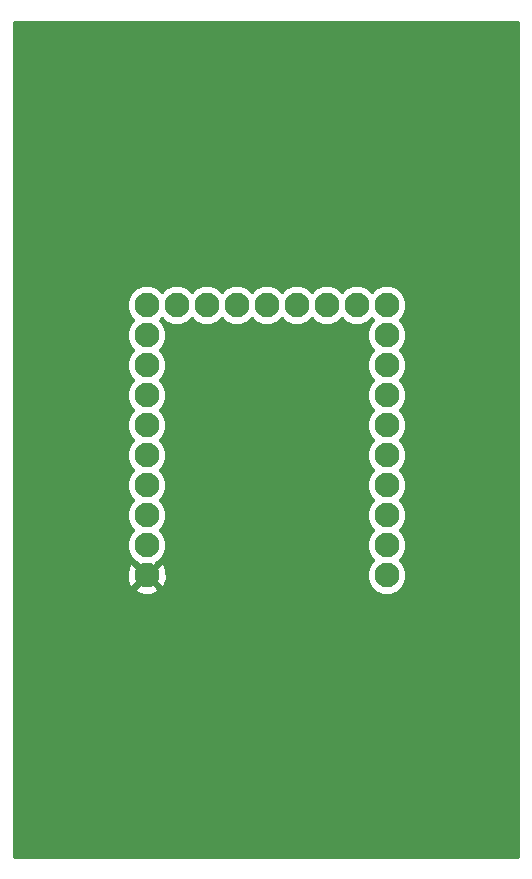
<source format=gbr>
G04 #@! TF.FileFunction,Copper,L1,Top,Signal*
%FSLAX46Y46*%
G04 Gerber Fmt 4.6, Leading zero omitted, Abs format (unit mm)*
G04 Created by KiCad (PCBNEW 4.0.6) date 09/06/17 16:42:01*
%MOMM*%
%LPD*%
G01*
G04 APERTURE LIST*
%ADD10C,0.100000*%
%ADD11C,2.100000*%
%ADD12C,0.254000*%
G04 APERTURE END LIST*
D10*
D11*
X159770000Y-76100000D03*
X159770000Y-78640000D03*
X159770000Y-81180000D03*
X159770000Y-83720000D03*
X159770000Y-86260000D03*
X159770000Y-88800000D03*
X159770000Y-91340000D03*
X159770000Y-93880000D03*
X159770000Y-96420000D03*
X159770000Y-73560000D03*
X157230000Y-73560000D03*
X154690000Y-73560000D03*
X152150000Y-73560000D03*
X149610000Y-73560000D03*
X147070000Y-73560000D03*
X144530000Y-73560000D03*
X141990000Y-73560000D03*
X139450000Y-73560000D03*
X139450000Y-76100000D03*
X139450000Y-78640000D03*
X139450000Y-81180000D03*
X139450000Y-83720000D03*
X139450000Y-86260000D03*
X139450000Y-88800000D03*
X139450000Y-91340000D03*
X139450000Y-93880000D03*
X139450000Y-96420000D03*
D12*
G36*
X170917400Y-120269800D02*
X128243800Y-120269800D01*
X128243800Y-97608703D01*
X138440902Y-97608703D01*
X138545687Y-97880745D01*
X139173526Y-98115619D01*
X139843456Y-98092349D01*
X140354313Y-97880745D01*
X140459098Y-97608703D01*
X139450000Y-96599605D01*
X138440902Y-97608703D01*
X128243800Y-97608703D01*
X128243800Y-96143526D01*
X137754381Y-96143526D01*
X137777651Y-96813456D01*
X137989255Y-97324313D01*
X138261297Y-97429098D01*
X139270395Y-96420000D01*
X139629605Y-96420000D01*
X140638703Y-97429098D01*
X140910745Y-97324313D01*
X141145619Y-96696474D01*
X141122349Y-96026544D01*
X140910745Y-95515687D01*
X140638703Y-95410902D01*
X139629605Y-96420000D01*
X139270395Y-96420000D01*
X138261297Y-95410902D01*
X137989255Y-95515687D01*
X137754381Y-96143526D01*
X128243800Y-96143526D01*
X128243800Y-73893697D01*
X137764708Y-73893697D01*
X138020694Y-74513229D01*
X138337050Y-74830137D01*
X138022360Y-75144278D01*
X137765293Y-75763362D01*
X137764708Y-76433697D01*
X138020694Y-77053229D01*
X138337050Y-77370137D01*
X138022360Y-77684278D01*
X137765293Y-78303362D01*
X137764708Y-78973697D01*
X138020694Y-79593229D01*
X138337050Y-79910137D01*
X138022360Y-80224278D01*
X137765293Y-80843362D01*
X137764708Y-81513697D01*
X138020694Y-82133229D01*
X138337050Y-82450137D01*
X138022360Y-82764278D01*
X137765293Y-83383362D01*
X137764708Y-84053697D01*
X138020694Y-84673229D01*
X138337050Y-84990137D01*
X138022360Y-85304278D01*
X137765293Y-85923362D01*
X137764708Y-86593697D01*
X138020694Y-87213229D01*
X138337050Y-87530137D01*
X138022360Y-87844278D01*
X137765293Y-88463362D01*
X137764708Y-89133697D01*
X138020694Y-89753229D01*
X138337050Y-90070137D01*
X138022360Y-90384278D01*
X137765293Y-91003362D01*
X137764708Y-91673697D01*
X138020694Y-92293229D01*
X138337050Y-92610137D01*
X138022360Y-92924278D01*
X137765293Y-93543362D01*
X137764708Y-94213697D01*
X138020694Y-94833229D01*
X138494278Y-95307640D01*
X138533554Y-95323949D01*
X139450000Y-96240395D01*
X140365499Y-95324896D01*
X140403229Y-95309306D01*
X140877640Y-94835722D01*
X141134707Y-94216638D01*
X141135292Y-93546303D01*
X140879306Y-92926771D01*
X140562950Y-92609863D01*
X140877640Y-92295722D01*
X141134707Y-91676638D01*
X141135292Y-91006303D01*
X140879306Y-90386771D01*
X140562950Y-90069863D01*
X140877640Y-89755722D01*
X141134707Y-89136638D01*
X141135292Y-88466303D01*
X140879306Y-87846771D01*
X140562950Y-87529863D01*
X140877640Y-87215722D01*
X141134707Y-86596638D01*
X141135292Y-85926303D01*
X140879306Y-85306771D01*
X140562950Y-84989863D01*
X140877640Y-84675722D01*
X141134707Y-84056638D01*
X141135292Y-83386303D01*
X140879306Y-82766771D01*
X140562950Y-82449863D01*
X140877640Y-82135722D01*
X141134707Y-81516638D01*
X141135292Y-80846303D01*
X140879306Y-80226771D01*
X140562950Y-79909863D01*
X140877640Y-79595722D01*
X141134707Y-78976638D01*
X141135292Y-78306303D01*
X140879306Y-77686771D01*
X140562950Y-77369863D01*
X140877640Y-77055722D01*
X141134707Y-76436638D01*
X141135292Y-75766303D01*
X140879306Y-75146771D01*
X140562950Y-74829863D01*
X140720137Y-74672950D01*
X141034278Y-74987640D01*
X141653362Y-75244707D01*
X142323697Y-75245292D01*
X142943229Y-74989306D01*
X143260137Y-74672950D01*
X143574278Y-74987640D01*
X144193362Y-75244707D01*
X144863697Y-75245292D01*
X145483229Y-74989306D01*
X145800137Y-74672950D01*
X146114278Y-74987640D01*
X146733362Y-75244707D01*
X147403697Y-75245292D01*
X148023229Y-74989306D01*
X148340137Y-74672950D01*
X148654278Y-74987640D01*
X149273362Y-75244707D01*
X149943697Y-75245292D01*
X150563229Y-74989306D01*
X150880137Y-74672950D01*
X151194278Y-74987640D01*
X151813362Y-75244707D01*
X152483697Y-75245292D01*
X153103229Y-74989306D01*
X153420137Y-74672950D01*
X153734278Y-74987640D01*
X154353362Y-75244707D01*
X155023697Y-75245292D01*
X155643229Y-74989306D01*
X155960137Y-74672950D01*
X156274278Y-74987640D01*
X156893362Y-75244707D01*
X157563697Y-75245292D01*
X158183229Y-74989306D01*
X158500137Y-74672950D01*
X158657050Y-74830137D01*
X158342360Y-75144278D01*
X158085293Y-75763362D01*
X158084708Y-76433697D01*
X158340694Y-77053229D01*
X158657050Y-77370137D01*
X158342360Y-77684278D01*
X158085293Y-78303362D01*
X158084708Y-78973697D01*
X158340694Y-79593229D01*
X158657050Y-79910137D01*
X158342360Y-80224278D01*
X158085293Y-80843362D01*
X158084708Y-81513697D01*
X158340694Y-82133229D01*
X158657050Y-82450137D01*
X158342360Y-82764278D01*
X158085293Y-83383362D01*
X158084708Y-84053697D01*
X158340694Y-84673229D01*
X158657050Y-84990137D01*
X158342360Y-85304278D01*
X158085293Y-85923362D01*
X158084708Y-86593697D01*
X158340694Y-87213229D01*
X158657050Y-87530137D01*
X158342360Y-87844278D01*
X158085293Y-88463362D01*
X158084708Y-89133697D01*
X158340694Y-89753229D01*
X158657050Y-90070137D01*
X158342360Y-90384278D01*
X158085293Y-91003362D01*
X158084708Y-91673697D01*
X158340694Y-92293229D01*
X158657050Y-92610137D01*
X158342360Y-92924278D01*
X158085293Y-93543362D01*
X158084708Y-94213697D01*
X158340694Y-94833229D01*
X158657050Y-95150137D01*
X158342360Y-95464278D01*
X158085293Y-96083362D01*
X158084708Y-96753697D01*
X158340694Y-97373229D01*
X158814278Y-97847640D01*
X159433362Y-98104707D01*
X160103697Y-98105292D01*
X160723229Y-97849306D01*
X161197640Y-97375722D01*
X161454707Y-96756638D01*
X161455292Y-96086303D01*
X161199306Y-95466771D01*
X160882950Y-95149863D01*
X161197640Y-94835722D01*
X161454707Y-94216638D01*
X161455292Y-93546303D01*
X161199306Y-92926771D01*
X160882950Y-92609863D01*
X161197640Y-92295722D01*
X161454707Y-91676638D01*
X161455292Y-91006303D01*
X161199306Y-90386771D01*
X160882950Y-90069863D01*
X161197640Y-89755722D01*
X161454707Y-89136638D01*
X161455292Y-88466303D01*
X161199306Y-87846771D01*
X160882950Y-87529863D01*
X161197640Y-87215722D01*
X161454707Y-86596638D01*
X161455292Y-85926303D01*
X161199306Y-85306771D01*
X160882950Y-84989863D01*
X161197640Y-84675722D01*
X161454707Y-84056638D01*
X161455292Y-83386303D01*
X161199306Y-82766771D01*
X160882950Y-82449863D01*
X161197640Y-82135722D01*
X161454707Y-81516638D01*
X161455292Y-80846303D01*
X161199306Y-80226771D01*
X160882950Y-79909863D01*
X161197640Y-79595722D01*
X161454707Y-78976638D01*
X161455292Y-78306303D01*
X161199306Y-77686771D01*
X160882950Y-77369863D01*
X161197640Y-77055722D01*
X161454707Y-76436638D01*
X161455292Y-75766303D01*
X161199306Y-75146771D01*
X160882950Y-74829863D01*
X161197640Y-74515722D01*
X161454707Y-73896638D01*
X161455292Y-73226303D01*
X161199306Y-72606771D01*
X160725722Y-72132360D01*
X160106638Y-71875293D01*
X159436303Y-71874708D01*
X158816771Y-72130694D01*
X158499863Y-72447050D01*
X158185722Y-72132360D01*
X157566638Y-71875293D01*
X156896303Y-71874708D01*
X156276771Y-72130694D01*
X155959863Y-72447050D01*
X155645722Y-72132360D01*
X155026638Y-71875293D01*
X154356303Y-71874708D01*
X153736771Y-72130694D01*
X153419863Y-72447050D01*
X153105722Y-72132360D01*
X152486638Y-71875293D01*
X151816303Y-71874708D01*
X151196771Y-72130694D01*
X150879863Y-72447050D01*
X150565722Y-72132360D01*
X149946638Y-71875293D01*
X149276303Y-71874708D01*
X148656771Y-72130694D01*
X148339863Y-72447050D01*
X148025722Y-72132360D01*
X147406638Y-71875293D01*
X146736303Y-71874708D01*
X146116771Y-72130694D01*
X145799863Y-72447050D01*
X145485722Y-72132360D01*
X144866638Y-71875293D01*
X144196303Y-71874708D01*
X143576771Y-72130694D01*
X143259863Y-72447050D01*
X142945722Y-72132360D01*
X142326638Y-71875293D01*
X141656303Y-71874708D01*
X141036771Y-72130694D01*
X140719863Y-72447050D01*
X140405722Y-72132360D01*
X139786638Y-71875293D01*
X139116303Y-71874708D01*
X138496771Y-72130694D01*
X138022360Y-72604278D01*
X137765293Y-73223362D01*
X137764708Y-73893697D01*
X128243800Y-73893697D01*
X128243800Y-49605400D01*
X170917400Y-49605400D01*
X170917400Y-120269800D01*
X170917400Y-120269800D01*
G37*
X170917400Y-120269800D02*
X128243800Y-120269800D01*
X128243800Y-97608703D01*
X138440902Y-97608703D01*
X138545687Y-97880745D01*
X139173526Y-98115619D01*
X139843456Y-98092349D01*
X140354313Y-97880745D01*
X140459098Y-97608703D01*
X139450000Y-96599605D01*
X138440902Y-97608703D01*
X128243800Y-97608703D01*
X128243800Y-96143526D01*
X137754381Y-96143526D01*
X137777651Y-96813456D01*
X137989255Y-97324313D01*
X138261297Y-97429098D01*
X139270395Y-96420000D01*
X139629605Y-96420000D01*
X140638703Y-97429098D01*
X140910745Y-97324313D01*
X141145619Y-96696474D01*
X141122349Y-96026544D01*
X140910745Y-95515687D01*
X140638703Y-95410902D01*
X139629605Y-96420000D01*
X139270395Y-96420000D01*
X138261297Y-95410902D01*
X137989255Y-95515687D01*
X137754381Y-96143526D01*
X128243800Y-96143526D01*
X128243800Y-73893697D01*
X137764708Y-73893697D01*
X138020694Y-74513229D01*
X138337050Y-74830137D01*
X138022360Y-75144278D01*
X137765293Y-75763362D01*
X137764708Y-76433697D01*
X138020694Y-77053229D01*
X138337050Y-77370137D01*
X138022360Y-77684278D01*
X137765293Y-78303362D01*
X137764708Y-78973697D01*
X138020694Y-79593229D01*
X138337050Y-79910137D01*
X138022360Y-80224278D01*
X137765293Y-80843362D01*
X137764708Y-81513697D01*
X138020694Y-82133229D01*
X138337050Y-82450137D01*
X138022360Y-82764278D01*
X137765293Y-83383362D01*
X137764708Y-84053697D01*
X138020694Y-84673229D01*
X138337050Y-84990137D01*
X138022360Y-85304278D01*
X137765293Y-85923362D01*
X137764708Y-86593697D01*
X138020694Y-87213229D01*
X138337050Y-87530137D01*
X138022360Y-87844278D01*
X137765293Y-88463362D01*
X137764708Y-89133697D01*
X138020694Y-89753229D01*
X138337050Y-90070137D01*
X138022360Y-90384278D01*
X137765293Y-91003362D01*
X137764708Y-91673697D01*
X138020694Y-92293229D01*
X138337050Y-92610137D01*
X138022360Y-92924278D01*
X137765293Y-93543362D01*
X137764708Y-94213697D01*
X138020694Y-94833229D01*
X138494278Y-95307640D01*
X138533554Y-95323949D01*
X139450000Y-96240395D01*
X140365499Y-95324896D01*
X140403229Y-95309306D01*
X140877640Y-94835722D01*
X141134707Y-94216638D01*
X141135292Y-93546303D01*
X140879306Y-92926771D01*
X140562950Y-92609863D01*
X140877640Y-92295722D01*
X141134707Y-91676638D01*
X141135292Y-91006303D01*
X140879306Y-90386771D01*
X140562950Y-90069863D01*
X140877640Y-89755722D01*
X141134707Y-89136638D01*
X141135292Y-88466303D01*
X140879306Y-87846771D01*
X140562950Y-87529863D01*
X140877640Y-87215722D01*
X141134707Y-86596638D01*
X141135292Y-85926303D01*
X140879306Y-85306771D01*
X140562950Y-84989863D01*
X140877640Y-84675722D01*
X141134707Y-84056638D01*
X141135292Y-83386303D01*
X140879306Y-82766771D01*
X140562950Y-82449863D01*
X140877640Y-82135722D01*
X141134707Y-81516638D01*
X141135292Y-80846303D01*
X140879306Y-80226771D01*
X140562950Y-79909863D01*
X140877640Y-79595722D01*
X141134707Y-78976638D01*
X141135292Y-78306303D01*
X140879306Y-77686771D01*
X140562950Y-77369863D01*
X140877640Y-77055722D01*
X141134707Y-76436638D01*
X141135292Y-75766303D01*
X140879306Y-75146771D01*
X140562950Y-74829863D01*
X140720137Y-74672950D01*
X141034278Y-74987640D01*
X141653362Y-75244707D01*
X142323697Y-75245292D01*
X142943229Y-74989306D01*
X143260137Y-74672950D01*
X143574278Y-74987640D01*
X144193362Y-75244707D01*
X144863697Y-75245292D01*
X145483229Y-74989306D01*
X145800137Y-74672950D01*
X146114278Y-74987640D01*
X146733362Y-75244707D01*
X147403697Y-75245292D01*
X148023229Y-74989306D01*
X148340137Y-74672950D01*
X148654278Y-74987640D01*
X149273362Y-75244707D01*
X149943697Y-75245292D01*
X150563229Y-74989306D01*
X150880137Y-74672950D01*
X151194278Y-74987640D01*
X151813362Y-75244707D01*
X152483697Y-75245292D01*
X153103229Y-74989306D01*
X153420137Y-74672950D01*
X153734278Y-74987640D01*
X154353362Y-75244707D01*
X155023697Y-75245292D01*
X155643229Y-74989306D01*
X155960137Y-74672950D01*
X156274278Y-74987640D01*
X156893362Y-75244707D01*
X157563697Y-75245292D01*
X158183229Y-74989306D01*
X158500137Y-74672950D01*
X158657050Y-74830137D01*
X158342360Y-75144278D01*
X158085293Y-75763362D01*
X158084708Y-76433697D01*
X158340694Y-77053229D01*
X158657050Y-77370137D01*
X158342360Y-77684278D01*
X158085293Y-78303362D01*
X158084708Y-78973697D01*
X158340694Y-79593229D01*
X158657050Y-79910137D01*
X158342360Y-80224278D01*
X158085293Y-80843362D01*
X158084708Y-81513697D01*
X158340694Y-82133229D01*
X158657050Y-82450137D01*
X158342360Y-82764278D01*
X158085293Y-83383362D01*
X158084708Y-84053697D01*
X158340694Y-84673229D01*
X158657050Y-84990137D01*
X158342360Y-85304278D01*
X158085293Y-85923362D01*
X158084708Y-86593697D01*
X158340694Y-87213229D01*
X158657050Y-87530137D01*
X158342360Y-87844278D01*
X158085293Y-88463362D01*
X158084708Y-89133697D01*
X158340694Y-89753229D01*
X158657050Y-90070137D01*
X158342360Y-90384278D01*
X158085293Y-91003362D01*
X158084708Y-91673697D01*
X158340694Y-92293229D01*
X158657050Y-92610137D01*
X158342360Y-92924278D01*
X158085293Y-93543362D01*
X158084708Y-94213697D01*
X158340694Y-94833229D01*
X158657050Y-95150137D01*
X158342360Y-95464278D01*
X158085293Y-96083362D01*
X158084708Y-96753697D01*
X158340694Y-97373229D01*
X158814278Y-97847640D01*
X159433362Y-98104707D01*
X160103697Y-98105292D01*
X160723229Y-97849306D01*
X161197640Y-97375722D01*
X161454707Y-96756638D01*
X161455292Y-96086303D01*
X161199306Y-95466771D01*
X160882950Y-95149863D01*
X161197640Y-94835722D01*
X161454707Y-94216638D01*
X161455292Y-93546303D01*
X161199306Y-92926771D01*
X160882950Y-92609863D01*
X161197640Y-92295722D01*
X161454707Y-91676638D01*
X161455292Y-91006303D01*
X161199306Y-90386771D01*
X160882950Y-90069863D01*
X161197640Y-89755722D01*
X161454707Y-89136638D01*
X161455292Y-88466303D01*
X161199306Y-87846771D01*
X160882950Y-87529863D01*
X161197640Y-87215722D01*
X161454707Y-86596638D01*
X161455292Y-85926303D01*
X161199306Y-85306771D01*
X160882950Y-84989863D01*
X161197640Y-84675722D01*
X161454707Y-84056638D01*
X161455292Y-83386303D01*
X161199306Y-82766771D01*
X160882950Y-82449863D01*
X161197640Y-82135722D01*
X161454707Y-81516638D01*
X161455292Y-80846303D01*
X161199306Y-80226771D01*
X160882950Y-79909863D01*
X161197640Y-79595722D01*
X161454707Y-78976638D01*
X161455292Y-78306303D01*
X161199306Y-77686771D01*
X160882950Y-77369863D01*
X161197640Y-77055722D01*
X161454707Y-76436638D01*
X161455292Y-75766303D01*
X161199306Y-75146771D01*
X160882950Y-74829863D01*
X161197640Y-74515722D01*
X161454707Y-73896638D01*
X161455292Y-73226303D01*
X161199306Y-72606771D01*
X160725722Y-72132360D01*
X160106638Y-71875293D01*
X159436303Y-71874708D01*
X158816771Y-72130694D01*
X158499863Y-72447050D01*
X158185722Y-72132360D01*
X157566638Y-71875293D01*
X156896303Y-71874708D01*
X156276771Y-72130694D01*
X155959863Y-72447050D01*
X155645722Y-72132360D01*
X155026638Y-71875293D01*
X154356303Y-71874708D01*
X153736771Y-72130694D01*
X153419863Y-72447050D01*
X153105722Y-72132360D01*
X152486638Y-71875293D01*
X151816303Y-71874708D01*
X151196771Y-72130694D01*
X150879863Y-72447050D01*
X150565722Y-72132360D01*
X149946638Y-71875293D01*
X149276303Y-71874708D01*
X148656771Y-72130694D01*
X148339863Y-72447050D01*
X148025722Y-72132360D01*
X147406638Y-71875293D01*
X146736303Y-71874708D01*
X146116771Y-72130694D01*
X145799863Y-72447050D01*
X145485722Y-72132360D01*
X144866638Y-71875293D01*
X144196303Y-71874708D01*
X143576771Y-72130694D01*
X143259863Y-72447050D01*
X142945722Y-72132360D01*
X142326638Y-71875293D01*
X141656303Y-71874708D01*
X141036771Y-72130694D01*
X140719863Y-72447050D01*
X140405722Y-72132360D01*
X139786638Y-71875293D01*
X139116303Y-71874708D01*
X138496771Y-72130694D01*
X138022360Y-72604278D01*
X137765293Y-73223362D01*
X137764708Y-73893697D01*
X128243800Y-73893697D01*
X128243800Y-49605400D01*
X170917400Y-49605400D01*
X170917400Y-120269800D01*
M02*

</source>
